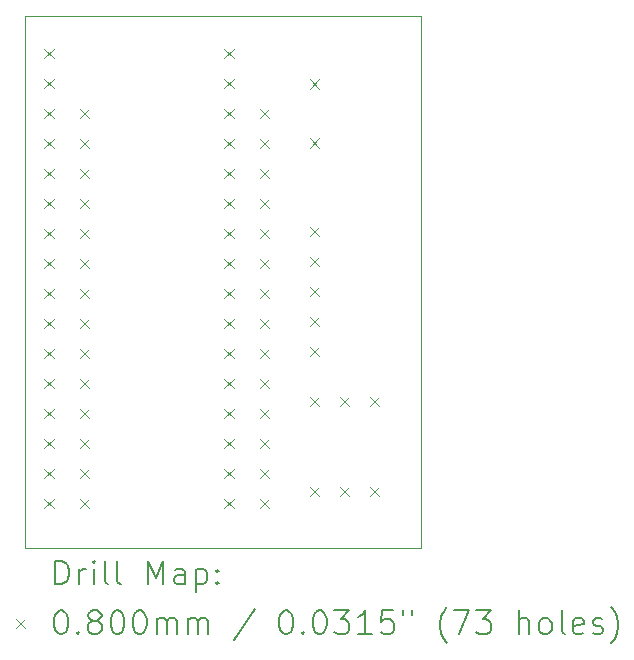
<source format=gbr>
%FSLAX45Y45*%
G04 Gerber Fmt 4.5, Leading zero omitted, Abs format (unit mm)*
G04 Created by KiCad (PCBNEW (6.0.1)) date 2022-01-31 15:09:39*
%MOMM*%
%LPD*%
G01*
G04 APERTURE LIST*
%TA.AperFunction,Profile*%
%ADD10C,0.050000*%
%TD*%
%ADD11C,0.200000*%
%ADD12C,0.080000*%
G04 APERTURE END LIST*
D10*
X13700000Y-6950000D02*
X13700000Y-2450000D01*
X17050000Y-6950000D02*
X13700000Y-6950000D01*
X17050000Y-2450000D02*
X17050000Y-6950000D01*
X13700000Y-2450000D02*
X17050000Y-2450000D01*
D11*
D12*
X13860000Y-2725000D02*
X13940000Y-2805000D01*
X13940000Y-2725000D02*
X13860000Y-2805000D01*
X13860000Y-2979000D02*
X13940000Y-3059000D01*
X13940000Y-2979000D02*
X13860000Y-3059000D01*
X13860000Y-3233000D02*
X13940000Y-3313000D01*
X13940000Y-3233000D02*
X13860000Y-3313000D01*
X13860000Y-3487000D02*
X13940000Y-3567000D01*
X13940000Y-3487000D02*
X13860000Y-3567000D01*
X13860000Y-3741000D02*
X13940000Y-3821000D01*
X13940000Y-3741000D02*
X13860000Y-3821000D01*
X13860000Y-3995000D02*
X13940000Y-4075000D01*
X13940000Y-3995000D02*
X13860000Y-4075000D01*
X13860000Y-4249000D02*
X13940000Y-4329000D01*
X13940000Y-4249000D02*
X13860000Y-4329000D01*
X13860000Y-4503000D02*
X13940000Y-4583000D01*
X13940000Y-4503000D02*
X13860000Y-4583000D01*
X13860000Y-4757000D02*
X13940000Y-4837000D01*
X13940000Y-4757000D02*
X13860000Y-4837000D01*
X13860000Y-5011000D02*
X13940000Y-5091000D01*
X13940000Y-5011000D02*
X13860000Y-5091000D01*
X13860000Y-5265000D02*
X13940000Y-5345000D01*
X13940000Y-5265000D02*
X13860000Y-5345000D01*
X13860000Y-5519000D02*
X13940000Y-5599000D01*
X13940000Y-5519000D02*
X13860000Y-5599000D01*
X13860000Y-5773000D02*
X13940000Y-5853000D01*
X13940000Y-5773000D02*
X13860000Y-5853000D01*
X13860000Y-6027000D02*
X13940000Y-6107000D01*
X13940000Y-6027000D02*
X13860000Y-6107000D01*
X13860000Y-6281000D02*
X13940000Y-6361000D01*
X13940000Y-6281000D02*
X13860000Y-6361000D01*
X13860000Y-6535000D02*
X13940000Y-6615000D01*
X13940000Y-6535000D02*
X13860000Y-6615000D01*
X14160000Y-3235000D02*
X14240000Y-3315000D01*
X14240000Y-3235000D02*
X14160000Y-3315000D01*
X14160000Y-3489000D02*
X14240000Y-3569000D01*
X14240000Y-3489000D02*
X14160000Y-3569000D01*
X14160000Y-3743000D02*
X14240000Y-3823000D01*
X14240000Y-3743000D02*
X14160000Y-3823000D01*
X14160000Y-3997000D02*
X14240000Y-4077000D01*
X14240000Y-3997000D02*
X14160000Y-4077000D01*
X14160000Y-4251000D02*
X14240000Y-4331000D01*
X14240000Y-4251000D02*
X14160000Y-4331000D01*
X14160000Y-4505000D02*
X14240000Y-4585000D01*
X14240000Y-4505000D02*
X14160000Y-4585000D01*
X14160000Y-4759000D02*
X14240000Y-4839000D01*
X14240000Y-4759000D02*
X14160000Y-4839000D01*
X14160000Y-5013000D02*
X14240000Y-5093000D01*
X14240000Y-5013000D02*
X14160000Y-5093000D01*
X14160000Y-5267000D02*
X14240000Y-5347000D01*
X14240000Y-5267000D02*
X14160000Y-5347000D01*
X14160000Y-5521000D02*
X14240000Y-5601000D01*
X14240000Y-5521000D02*
X14160000Y-5601000D01*
X14160000Y-5775000D02*
X14240000Y-5855000D01*
X14240000Y-5775000D02*
X14160000Y-5855000D01*
X14160000Y-6029000D02*
X14240000Y-6109000D01*
X14240000Y-6029000D02*
X14160000Y-6109000D01*
X14160000Y-6283000D02*
X14240000Y-6363000D01*
X14240000Y-6283000D02*
X14160000Y-6363000D01*
X14160000Y-6537000D02*
X14240000Y-6617000D01*
X14240000Y-6537000D02*
X14160000Y-6617000D01*
X15384000Y-2725000D02*
X15464000Y-2805000D01*
X15464000Y-2725000D02*
X15384000Y-2805000D01*
X15384000Y-2979000D02*
X15464000Y-3059000D01*
X15464000Y-2979000D02*
X15384000Y-3059000D01*
X15384000Y-3233000D02*
X15464000Y-3313000D01*
X15464000Y-3233000D02*
X15384000Y-3313000D01*
X15384000Y-3487000D02*
X15464000Y-3567000D01*
X15464000Y-3487000D02*
X15384000Y-3567000D01*
X15384000Y-3741000D02*
X15464000Y-3821000D01*
X15464000Y-3741000D02*
X15384000Y-3821000D01*
X15384000Y-3995000D02*
X15464000Y-4075000D01*
X15464000Y-3995000D02*
X15384000Y-4075000D01*
X15384000Y-4249000D02*
X15464000Y-4329000D01*
X15464000Y-4249000D02*
X15384000Y-4329000D01*
X15384000Y-4503000D02*
X15464000Y-4583000D01*
X15464000Y-4503000D02*
X15384000Y-4583000D01*
X15384000Y-4757000D02*
X15464000Y-4837000D01*
X15464000Y-4757000D02*
X15384000Y-4837000D01*
X15384000Y-5011000D02*
X15464000Y-5091000D01*
X15464000Y-5011000D02*
X15384000Y-5091000D01*
X15384000Y-5265000D02*
X15464000Y-5345000D01*
X15464000Y-5265000D02*
X15384000Y-5345000D01*
X15384000Y-5519000D02*
X15464000Y-5599000D01*
X15464000Y-5519000D02*
X15384000Y-5599000D01*
X15384000Y-5773000D02*
X15464000Y-5853000D01*
X15464000Y-5773000D02*
X15384000Y-5853000D01*
X15384000Y-6027000D02*
X15464000Y-6107000D01*
X15464000Y-6027000D02*
X15384000Y-6107000D01*
X15384000Y-6281000D02*
X15464000Y-6361000D01*
X15464000Y-6281000D02*
X15384000Y-6361000D01*
X15384000Y-6535000D02*
X15464000Y-6615000D01*
X15464000Y-6535000D02*
X15384000Y-6615000D01*
X15684000Y-3235000D02*
X15764000Y-3315000D01*
X15764000Y-3235000D02*
X15684000Y-3315000D01*
X15684000Y-3489000D02*
X15764000Y-3569000D01*
X15764000Y-3489000D02*
X15684000Y-3569000D01*
X15684000Y-3743000D02*
X15764000Y-3823000D01*
X15764000Y-3743000D02*
X15684000Y-3823000D01*
X15684000Y-3997000D02*
X15764000Y-4077000D01*
X15764000Y-3997000D02*
X15684000Y-4077000D01*
X15684000Y-4251000D02*
X15764000Y-4331000D01*
X15764000Y-4251000D02*
X15684000Y-4331000D01*
X15684000Y-4505000D02*
X15764000Y-4585000D01*
X15764000Y-4505000D02*
X15684000Y-4585000D01*
X15684000Y-4759000D02*
X15764000Y-4839000D01*
X15764000Y-4759000D02*
X15684000Y-4839000D01*
X15684000Y-5013000D02*
X15764000Y-5093000D01*
X15764000Y-5013000D02*
X15684000Y-5093000D01*
X15684000Y-5267000D02*
X15764000Y-5347000D01*
X15764000Y-5267000D02*
X15684000Y-5347000D01*
X15684000Y-5521000D02*
X15764000Y-5601000D01*
X15764000Y-5521000D02*
X15684000Y-5601000D01*
X15684000Y-5775000D02*
X15764000Y-5855000D01*
X15764000Y-5775000D02*
X15684000Y-5855000D01*
X15684000Y-6029000D02*
X15764000Y-6109000D01*
X15764000Y-6029000D02*
X15684000Y-6109000D01*
X15684000Y-6283000D02*
X15764000Y-6363000D01*
X15764000Y-6283000D02*
X15684000Y-6363000D01*
X15684000Y-6537000D02*
X15764000Y-6617000D01*
X15764000Y-6537000D02*
X15684000Y-6617000D01*
X16110000Y-2985000D02*
X16190000Y-3065000D01*
X16190000Y-2985000D02*
X16110000Y-3065000D01*
X16110000Y-3485000D02*
X16190000Y-3565000D01*
X16190000Y-3485000D02*
X16110000Y-3565000D01*
X16110000Y-4235000D02*
X16190000Y-4315000D01*
X16190000Y-4235000D02*
X16110000Y-4315000D01*
X16110000Y-4489000D02*
X16190000Y-4569000D01*
X16190000Y-4489000D02*
X16110000Y-4569000D01*
X16110000Y-4743000D02*
X16190000Y-4823000D01*
X16190000Y-4743000D02*
X16110000Y-4823000D01*
X16110000Y-4997000D02*
X16190000Y-5077000D01*
X16190000Y-4997000D02*
X16110000Y-5077000D01*
X16110000Y-5251000D02*
X16190000Y-5331000D01*
X16190000Y-5251000D02*
X16110000Y-5331000D01*
X16110000Y-5673000D02*
X16190000Y-5753000D01*
X16190000Y-5673000D02*
X16110000Y-5753000D01*
X16110000Y-6435000D02*
X16190000Y-6515000D01*
X16190000Y-6435000D02*
X16110000Y-6515000D01*
X16364000Y-5673000D02*
X16444000Y-5753000D01*
X16444000Y-5673000D02*
X16364000Y-5753000D01*
X16364000Y-6435000D02*
X16444000Y-6515000D01*
X16444000Y-6435000D02*
X16364000Y-6515000D01*
X16618000Y-5673000D02*
X16698000Y-5753000D01*
X16698000Y-5673000D02*
X16618000Y-5753000D01*
X16618000Y-6435000D02*
X16698000Y-6515000D01*
X16698000Y-6435000D02*
X16618000Y-6515000D01*
D11*
X13955119Y-7262976D02*
X13955119Y-7062976D01*
X14002738Y-7062976D01*
X14031309Y-7072500D01*
X14050357Y-7091548D01*
X14059881Y-7110595D01*
X14069405Y-7148690D01*
X14069405Y-7177262D01*
X14059881Y-7215357D01*
X14050357Y-7234405D01*
X14031309Y-7253452D01*
X14002738Y-7262976D01*
X13955119Y-7262976D01*
X14155119Y-7262976D02*
X14155119Y-7129643D01*
X14155119Y-7167738D02*
X14164643Y-7148690D01*
X14174167Y-7139167D01*
X14193214Y-7129643D01*
X14212262Y-7129643D01*
X14278928Y-7262976D02*
X14278928Y-7129643D01*
X14278928Y-7062976D02*
X14269405Y-7072500D01*
X14278928Y-7082024D01*
X14288452Y-7072500D01*
X14278928Y-7062976D01*
X14278928Y-7082024D01*
X14402738Y-7262976D02*
X14383690Y-7253452D01*
X14374167Y-7234405D01*
X14374167Y-7062976D01*
X14507500Y-7262976D02*
X14488452Y-7253452D01*
X14478928Y-7234405D01*
X14478928Y-7062976D01*
X14736071Y-7262976D02*
X14736071Y-7062976D01*
X14802738Y-7205833D01*
X14869405Y-7062976D01*
X14869405Y-7262976D01*
X15050357Y-7262976D02*
X15050357Y-7158214D01*
X15040833Y-7139167D01*
X15021786Y-7129643D01*
X14983690Y-7129643D01*
X14964643Y-7139167D01*
X15050357Y-7253452D02*
X15031309Y-7262976D01*
X14983690Y-7262976D01*
X14964643Y-7253452D01*
X14955119Y-7234405D01*
X14955119Y-7215357D01*
X14964643Y-7196309D01*
X14983690Y-7186786D01*
X15031309Y-7186786D01*
X15050357Y-7177262D01*
X15145595Y-7129643D02*
X15145595Y-7329643D01*
X15145595Y-7139167D02*
X15164643Y-7129643D01*
X15202738Y-7129643D01*
X15221786Y-7139167D01*
X15231309Y-7148690D01*
X15240833Y-7167738D01*
X15240833Y-7224881D01*
X15231309Y-7243928D01*
X15221786Y-7253452D01*
X15202738Y-7262976D01*
X15164643Y-7262976D01*
X15145595Y-7253452D01*
X15326548Y-7243928D02*
X15336071Y-7253452D01*
X15326548Y-7262976D01*
X15317024Y-7253452D01*
X15326548Y-7243928D01*
X15326548Y-7262976D01*
X15326548Y-7139167D02*
X15336071Y-7148690D01*
X15326548Y-7158214D01*
X15317024Y-7148690D01*
X15326548Y-7139167D01*
X15326548Y-7158214D01*
D12*
X13617500Y-7552500D02*
X13697500Y-7632500D01*
X13697500Y-7552500D02*
X13617500Y-7632500D01*
D11*
X13993214Y-7482976D02*
X14012262Y-7482976D01*
X14031309Y-7492500D01*
X14040833Y-7502024D01*
X14050357Y-7521071D01*
X14059881Y-7559167D01*
X14059881Y-7606786D01*
X14050357Y-7644881D01*
X14040833Y-7663928D01*
X14031309Y-7673452D01*
X14012262Y-7682976D01*
X13993214Y-7682976D01*
X13974167Y-7673452D01*
X13964643Y-7663928D01*
X13955119Y-7644881D01*
X13945595Y-7606786D01*
X13945595Y-7559167D01*
X13955119Y-7521071D01*
X13964643Y-7502024D01*
X13974167Y-7492500D01*
X13993214Y-7482976D01*
X14145595Y-7663928D02*
X14155119Y-7673452D01*
X14145595Y-7682976D01*
X14136071Y-7673452D01*
X14145595Y-7663928D01*
X14145595Y-7682976D01*
X14269405Y-7568690D02*
X14250357Y-7559167D01*
X14240833Y-7549643D01*
X14231309Y-7530595D01*
X14231309Y-7521071D01*
X14240833Y-7502024D01*
X14250357Y-7492500D01*
X14269405Y-7482976D01*
X14307500Y-7482976D01*
X14326548Y-7492500D01*
X14336071Y-7502024D01*
X14345595Y-7521071D01*
X14345595Y-7530595D01*
X14336071Y-7549643D01*
X14326548Y-7559167D01*
X14307500Y-7568690D01*
X14269405Y-7568690D01*
X14250357Y-7578214D01*
X14240833Y-7587738D01*
X14231309Y-7606786D01*
X14231309Y-7644881D01*
X14240833Y-7663928D01*
X14250357Y-7673452D01*
X14269405Y-7682976D01*
X14307500Y-7682976D01*
X14326548Y-7673452D01*
X14336071Y-7663928D01*
X14345595Y-7644881D01*
X14345595Y-7606786D01*
X14336071Y-7587738D01*
X14326548Y-7578214D01*
X14307500Y-7568690D01*
X14469405Y-7482976D02*
X14488452Y-7482976D01*
X14507500Y-7492500D01*
X14517024Y-7502024D01*
X14526548Y-7521071D01*
X14536071Y-7559167D01*
X14536071Y-7606786D01*
X14526548Y-7644881D01*
X14517024Y-7663928D01*
X14507500Y-7673452D01*
X14488452Y-7682976D01*
X14469405Y-7682976D01*
X14450357Y-7673452D01*
X14440833Y-7663928D01*
X14431309Y-7644881D01*
X14421786Y-7606786D01*
X14421786Y-7559167D01*
X14431309Y-7521071D01*
X14440833Y-7502024D01*
X14450357Y-7492500D01*
X14469405Y-7482976D01*
X14659881Y-7482976D02*
X14678928Y-7482976D01*
X14697976Y-7492500D01*
X14707500Y-7502024D01*
X14717024Y-7521071D01*
X14726548Y-7559167D01*
X14726548Y-7606786D01*
X14717024Y-7644881D01*
X14707500Y-7663928D01*
X14697976Y-7673452D01*
X14678928Y-7682976D01*
X14659881Y-7682976D01*
X14640833Y-7673452D01*
X14631309Y-7663928D01*
X14621786Y-7644881D01*
X14612262Y-7606786D01*
X14612262Y-7559167D01*
X14621786Y-7521071D01*
X14631309Y-7502024D01*
X14640833Y-7492500D01*
X14659881Y-7482976D01*
X14812262Y-7682976D02*
X14812262Y-7549643D01*
X14812262Y-7568690D02*
X14821786Y-7559167D01*
X14840833Y-7549643D01*
X14869405Y-7549643D01*
X14888452Y-7559167D01*
X14897976Y-7578214D01*
X14897976Y-7682976D01*
X14897976Y-7578214D02*
X14907500Y-7559167D01*
X14926548Y-7549643D01*
X14955119Y-7549643D01*
X14974167Y-7559167D01*
X14983690Y-7578214D01*
X14983690Y-7682976D01*
X15078928Y-7682976D02*
X15078928Y-7549643D01*
X15078928Y-7568690D02*
X15088452Y-7559167D01*
X15107500Y-7549643D01*
X15136071Y-7549643D01*
X15155119Y-7559167D01*
X15164643Y-7578214D01*
X15164643Y-7682976D01*
X15164643Y-7578214D02*
X15174167Y-7559167D01*
X15193214Y-7549643D01*
X15221786Y-7549643D01*
X15240833Y-7559167D01*
X15250357Y-7578214D01*
X15250357Y-7682976D01*
X15640833Y-7473452D02*
X15469405Y-7730595D01*
X15897976Y-7482976D02*
X15917024Y-7482976D01*
X15936071Y-7492500D01*
X15945595Y-7502024D01*
X15955119Y-7521071D01*
X15964643Y-7559167D01*
X15964643Y-7606786D01*
X15955119Y-7644881D01*
X15945595Y-7663928D01*
X15936071Y-7673452D01*
X15917024Y-7682976D01*
X15897976Y-7682976D01*
X15878928Y-7673452D01*
X15869405Y-7663928D01*
X15859881Y-7644881D01*
X15850357Y-7606786D01*
X15850357Y-7559167D01*
X15859881Y-7521071D01*
X15869405Y-7502024D01*
X15878928Y-7492500D01*
X15897976Y-7482976D01*
X16050357Y-7663928D02*
X16059881Y-7673452D01*
X16050357Y-7682976D01*
X16040833Y-7673452D01*
X16050357Y-7663928D01*
X16050357Y-7682976D01*
X16183690Y-7482976D02*
X16202738Y-7482976D01*
X16221786Y-7492500D01*
X16231309Y-7502024D01*
X16240833Y-7521071D01*
X16250357Y-7559167D01*
X16250357Y-7606786D01*
X16240833Y-7644881D01*
X16231309Y-7663928D01*
X16221786Y-7673452D01*
X16202738Y-7682976D01*
X16183690Y-7682976D01*
X16164643Y-7673452D01*
X16155119Y-7663928D01*
X16145595Y-7644881D01*
X16136071Y-7606786D01*
X16136071Y-7559167D01*
X16145595Y-7521071D01*
X16155119Y-7502024D01*
X16164643Y-7492500D01*
X16183690Y-7482976D01*
X16317024Y-7482976D02*
X16440833Y-7482976D01*
X16374167Y-7559167D01*
X16402738Y-7559167D01*
X16421786Y-7568690D01*
X16431309Y-7578214D01*
X16440833Y-7597262D01*
X16440833Y-7644881D01*
X16431309Y-7663928D01*
X16421786Y-7673452D01*
X16402738Y-7682976D01*
X16345595Y-7682976D01*
X16326548Y-7673452D01*
X16317024Y-7663928D01*
X16631309Y-7682976D02*
X16517024Y-7682976D01*
X16574167Y-7682976D02*
X16574167Y-7482976D01*
X16555119Y-7511548D01*
X16536071Y-7530595D01*
X16517024Y-7540119D01*
X16812262Y-7482976D02*
X16717024Y-7482976D01*
X16707500Y-7578214D01*
X16717024Y-7568690D01*
X16736071Y-7559167D01*
X16783690Y-7559167D01*
X16802738Y-7568690D01*
X16812262Y-7578214D01*
X16821786Y-7597262D01*
X16821786Y-7644881D01*
X16812262Y-7663928D01*
X16802738Y-7673452D01*
X16783690Y-7682976D01*
X16736071Y-7682976D01*
X16717024Y-7673452D01*
X16707500Y-7663928D01*
X16897976Y-7482976D02*
X16897976Y-7521071D01*
X16974167Y-7482976D02*
X16974167Y-7521071D01*
X17269405Y-7759167D02*
X17259881Y-7749643D01*
X17240833Y-7721071D01*
X17231310Y-7702024D01*
X17221786Y-7673452D01*
X17212262Y-7625833D01*
X17212262Y-7587738D01*
X17221786Y-7540119D01*
X17231310Y-7511548D01*
X17240833Y-7492500D01*
X17259881Y-7463928D01*
X17269405Y-7454405D01*
X17326548Y-7482976D02*
X17459881Y-7482976D01*
X17374167Y-7682976D01*
X17517024Y-7482976D02*
X17640833Y-7482976D01*
X17574167Y-7559167D01*
X17602738Y-7559167D01*
X17621786Y-7568690D01*
X17631310Y-7578214D01*
X17640833Y-7597262D01*
X17640833Y-7644881D01*
X17631310Y-7663928D01*
X17621786Y-7673452D01*
X17602738Y-7682976D01*
X17545595Y-7682976D01*
X17526548Y-7673452D01*
X17517024Y-7663928D01*
X17878929Y-7682976D02*
X17878929Y-7482976D01*
X17964643Y-7682976D02*
X17964643Y-7578214D01*
X17955119Y-7559167D01*
X17936071Y-7549643D01*
X17907500Y-7549643D01*
X17888452Y-7559167D01*
X17878929Y-7568690D01*
X18088452Y-7682976D02*
X18069405Y-7673452D01*
X18059881Y-7663928D01*
X18050357Y-7644881D01*
X18050357Y-7587738D01*
X18059881Y-7568690D01*
X18069405Y-7559167D01*
X18088452Y-7549643D01*
X18117024Y-7549643D01*
X18136071Y-7559167D01*
X18145595Y-7568690D01*
X18155119Y-7587738D01*
X18155119Y-7644881D01*
X18145595Y-7663928D01*
X18136071Y-7673452D01*
X18117024Y-7682976D01*
X18088452Y-7682976D01*
X18269405Y-7682976D02*
X18250357Y-7673452D01*
X18240833Y-7654405D01*
X18240833Y-7482976D01*
X18421786Y-7673452D02*
X18402738Y-7682976D01*
X18364643Y-7682976D01*
X18345595Y-7673452D01*
X18336071Y-7654405D01*
X18336071Y-7578214D01*
X18345595Y-7559167D01*
X18364643Y-7549643D01*
X18402738Y-7549643D01*
X18421786Y-7559167D01*
X18431310Y-7578214D01*
X18431310Y-7597262D01*
X18336071Y-7616309D01*
X18507500Y-7673452D02*
X18526548Y-7682976D01*
X18564643Y-7682976D01*
X18583690Y-7673452D01*
X18593214Y-7654405D01*
X18593214Y-7644881D01*
X18583690Y-7625833D01*
X18564643Y-7616309D01*
X18536071Y-7616309D01*
X18517024Y-7606786D01*
X18507500Y-7587738D01*
X18507500Y-7578214D01*
X18517024Y-7559167D01*
X18536071Y-7549643D01*
X18564643Y-7549643D01*
X18583690Y-7559167D01*
X18659881Y-7759167D02*
X18669405Y-7749643D01*
X18688452Y-7721071D01*
X18697976Y-7702024D01*
X18707500Y-7673452D01*
X18717024Y-7625833D01*
X18717024Y-7587738D01*
X18707500Y-7540119D01*
X18697976Y-7511548D01*
X18688452Y-7492500D01*
X18669405Y-7463928D01*
X18659881Y-7454405D01*
M02*

</source>
